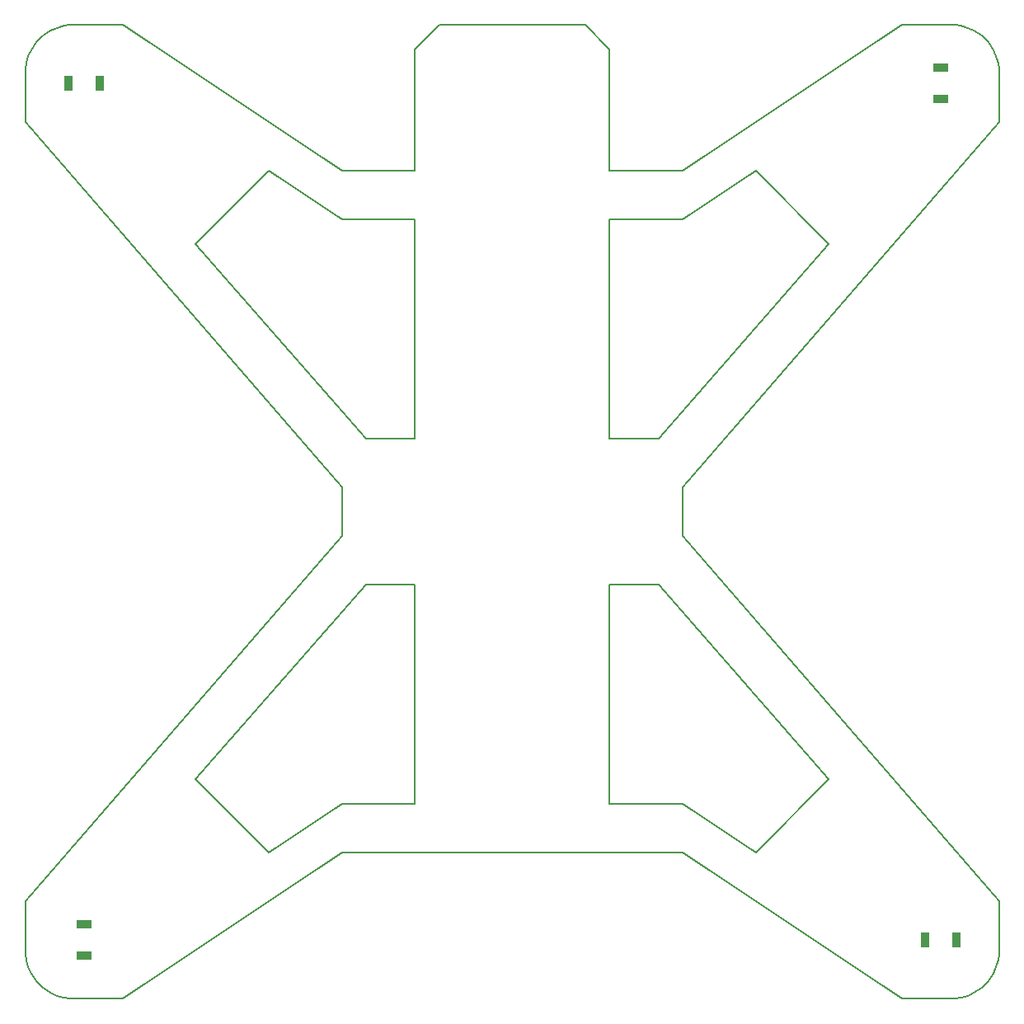
<source format=gbr>
G04 PROTEUS RS274X GERBER FILE*
%FSLAX45Y45*%
%MOMM*%
G01*
%ADD30R,1.524000X0.889000*%
%ADD31R,0.889000X1.524000*%
%ADD73C,0.203200*%
D30*
X-4400000Y-4240000D03*
X-4400000Y-4560000D03*
D31*
X+4240000Y-4400000D03*
X+4560000Y-4400000D03*
D30*
X+4400000Y+4240000D03*
X+4400000Y+4560000D03*
D31*
X-4240000Y+4400000D03*
X-4560000Y+4400000D03*
D73*
X-4000000Y-5000000D02*
X-4500000Y-5000000D01*
X-4551964Y-4997475D01*
X-4602234Y-4990051D01*
X-4650581Y-4977959D01*
X-4696777Y-4961426D01*
X-4740593Y-4940681D01*
X-4781799Y-4915955D01*
X-4820168Y-4887474D01*
X-4855469Y-4855469D01*
X-4887474Y-4820168D01*
X-4915955Y-4781799D01*
X-4940682Y-4740593D01*
X-4961426Y-4696777D01*
X-4977959Y-4650581D01*
X-4990051Y-4602234D01*
X-4997475Y-4551964D01*
X-5000000Y-4500000D01*
X-5000000Y-4000000D01*
X-1750000Y-250000D01*
X-1750000Y+250000D01*
X-5000000Y+4000000D01*
X-5000000Y+4500000D01*
X-4997475Y+4551964D01*
X-4990051Y+4602234D01*
X-4977959Y+4650581D01*
X-4961426Y+4696777D01*
X-4940682Y+4740593D01*
X-4915955Y+4781799D01*
X-4887474Y+4820168D01*
X-4855469Y+4855469D01*
X-4820168Y+4887474D01*
X-4781799Y+4915955D01*
X-4740593Y+4940681D01*
X-4696777Y+4961426D01*
X-4650581Y+4977959D01*
X-4602234Y+4990051D01*
X-4551964Y+4997475D01*
X-4500000Y+5000000D01*
X-4000000Y+5000000D01*
X-1750000Y+3500000D01*
X-1000000Y+3500000D01*
X-1000000Y+4750000D01*
X-750000Y+5000000D01*
X+750000Y+5000000D01*
X+1000000Y+4750000D01*
X+1000000Y+3500000D01*
X+1750000Y+3500000D01*
X+4000000Y+5000000D01*
X+4500000Y+5000000D01*
X+4551964Y+4997475D01*
X+4602234Y+4990051D01*
X+4650581Y+4977959D01*
X+4696777Y+4961426D01*
X+4740593Y+4940681D01*
X+4781799Y+4915955D01*
X+4820168Y+4887474D01*
X+4855469Y+4855469D01*
X+4887474Y+4820168D01*
X+4915955Y+4781799D01*
X+4940682Y+4740593D01*
X+4961426Y+4696777D01*
X+4977959Y+4650581D01*
X+4990051Y+4602234D01*
X+4997475Y+4551964D01*
X+5000000Y+4500000D01*
X+5000000Y+4000000D01*
X+1750000Y+250000D01*
X+1750000Y-250000D01*
X+5000000Y-4000000D01*
X+5000000Y-4500000D01*
X+4997475Y-4551964D01*
X+4990051Y-4602234D01*
X+4977959Y-4650581D01*
X+4961426Y-4696777D01*
X+4940682Y-4740593D01*
X+4915955Y-4781799D01*
X+4887474Y-4820168D01*
X+4855469Y-4855469D01*
X+4820168Y-4887474D01*
X+4781799Y-4915955D01*
X+4740593Y-4940681D01*
X+4696777Y-4961426D01*
X+4650581Y-4977959D01*
X+4602234Y-4990051D01*
X+4551964Y-4997475D01*
X+4500000Y-5000000D01*
X+4000000Y-5000000D01*
X+1750000Y-3500000D01*
X-1750000Y-3500000D01*
X-4000000Y-5000000D01*
X-3250000Y-2750000D02*
X-2500000Y-3500000D01*
X-1750000Y-3000000D01*
X-1000000Y-3000000D01*
X-1000000Y-750000D01*
X-1500000Y-750000D01*
X-3250000Y-2750000D01*
X+3250000Y-2750000D02*
X+2500000Y-3500000D01*
X+1750000Y-3000000D01*
X+1000000Y-3000000D01*
X+1000000Y-750000D01*
X+1500000Y-750000D01*
X+3250000Y-2750000D01*
X+3250000Y+2750000D02*
X+2500000Y+3500000D01*
X+1750000Y+3000000D01*
X+1000000Y+3000000D01*
X+1000000Y+750000D01*
X+1500000Y+750000D01*
X+3250000Y+2750000D01*
X-3250000Y+2750000D02*
X-2500000Y+3500000D01*
X-1750000Y+3000000D01*
X-1000000Y+3000000D01*
X-1000000Y+750000D01*
X-1500000Y+750000D01*
X-3250000Y+2750000D01*
M02*

</source>
